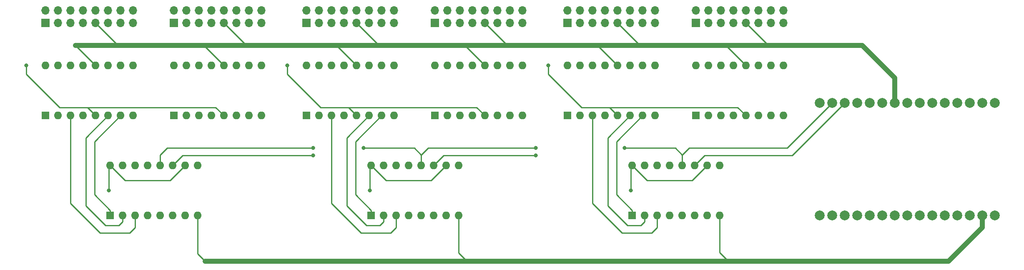
<source format=gbr>
G04 #@! TF.GenerationSoftware,KiCad,Pcbnew,(5.1.4)-1*
G04 #@! TF.CreationDate,2019-10-18T22:44:07-04:00*
G04 #@! TF.ProjectId,NixieClock,4e697869-6543-46c6-9f63-6b2e6b696361,rev?*
G04 #@! TF.SameCoordinates,Original*
G04 #@! TF.FileFunction,Copper,L2,Bot*
G04 #@! TF.FilePolarity,Positive*
%FSLAX46Y46*%
G04 Gerber Fmt 4.6, Leading zero omitted, Abs format (unit mm)*
G04 Created by KiCad (PCBNEW (5.1.4)-1) date 2019-10-18 22:44:07*
%MOMM*%
%LPD*%
G04 APERTURE LIST*
%ADD10R,1.600000X1.600000*%
%ADD11O,1.600000X1.600000*%
%ADD12R,1.700000X1.700000*%
%ADD13O,1.700000X1.700000*%
%ADD14C,2.000000*%
%ADD15C,0.800000*%
%ADD16C,0.250000*%
%ADD17C,1.000000*%
G04 APERTURE END LIST*
D10*
X92628000Y-125476000D03*
D11*
X110408000Y-115316000D03*
X95168000Y-125476000D03*
X107868000Y-115316000D03*
X97708000Y-125476000D03*
X105328000Y-115316000D03*
X100248000Y-125476000D03*
X102788000Y-115316000D03*
X102788000Y-125476000D03*
X100248000Y-115316000D03*
X105328000Y-125476000D03*
X97708000Y-115316000D03*
X107868000Y-125476000D03*
X95168000Y-115316000D03*
X110408000Y-125476000D03*
X92628000Y-115316000D03*
D10*
X145628000Y-125476000D03*
D11*
X163408000Y-115316000D03*
X148168000Y-125476000D03*
X160868000Y-115316000D03*
X150708000Y-125476000D03*
X158328000Y-115316000D03*
X153248000Y-125476000D03*
X155788000Y-115316000D03*
X155788000Y-125476000D03*
X153248000Y-115316000D03*
X158328000Y-125476000D03*
X150708000Y-115316000D03*
X160868000Y-125476000D03*
X148168000Y-115316000D03*
X163408000Y-125476000D03*
X145628000Y-115316000D03*
D12*
X79520000Y-86360000D03*
D13*
X79520000Y-83820000D03*
X82060000Y-86360000D03*
X82060000Y-83820000D03*
X84600000Y-86360000D03*
X84600000Y-83820000D03*
X87140000Y-86360000D03*
X87140000Y-83820000D03*
X89680000Y-86360000D03*
X89680000Y-83820000D03*
X92220000Y-86360000D03*
X92220000Y-83820000D03*
X94760000Y-86360000D03*
X94760000Y-83820000D03*
X97300000Y-86360000D03*
X97300000Y-83820000D03*
D12*
X132520000Y-86360000D03*
D13*
X132520000Y-83820000D03*
X135060000Y-86360000D03*
X135060000Y-83820000D03*
X137600000Y-86360000D03*
X137600000Y-83820000D03*
X140140000Y-86360000D03*
X140140000Y-83820000D03*
X142680000Y-86360000D03*
X142680000Y-83820000D03*
X145220000Y-86360000D03*
X145220000Y-83820000D03*
X147760000Y-86360000D03*
X147760000Y-83820000D03*
X150300000Y-86360000D03*
X150300000Y-83820000D03*
X123335000Y-83820000D03*
X123335000Y-86360000D03*
X120795000Y-83820000D03*
X120795000Y-86360000D03*
X118255000Y-83820000D03*
X118255000Y-86360000D03*
X115715000Y-83820000D03*
X115715000Y-86360000D03*
X113175000Y-83820000D03*
X113175000Y-86360000D03*
X110635000Y-83820000D03*
X110635000Y-86360000D03*
X108095000Y-83820000D03*
X108095000Y-86360000D03*
X105555000Y-83820000D03*
D12*
X105555000Y-86360000D03*
D13*
X176335000Y-83820000D03*
X176335000Y-86360000D03*
X173795000Y-83820000D03*
X173795000Y-86360000D03*
X171255000Y-83820000D03*
X171255000Y-86360000D03*
X168715000Y-83820000D03*
X168715000Y-86360000D03*
X166175000Y-83820000D03*
X166175000Y-86360000D03*
X163635000Y-83820000D03*
X163635000Y-86360000D03*
X161095000Y-83820000D03*
X161095000Y-86360000D03*
X158555000Y-83820000D03*
D12*
X158555000Y-86360000D03*
D11*
X79520000Y-94996000D03*
X97300000Y-105156000D03*
X82060000Y-94996000D03*
X94760000Y-105156000D03*
X84600000Y-94996000D03*
X92220000Y-105156000D03*
X87140000Y-94996000D03*
X89680000Y-105156000D03*
X89680000Y-94996000D03*
X87140000Y-105156000D03*
X92220000Y-94996000D03*
X84600000Y-105156000D03*
X94760000Y-94996000D03*
X82060000Y-105156000D03*
X97300000Y-94996000D03*
D10*
X79520000Y-105156000D03*
D11*
X132520000Y-94996000D03*
X150300000Y-105156000D03*
X135060000Y-94996000D03*
X147760000Y-105156000D03*
X137600000Y-94996000D03*
X145220000Y-105156000D03*
X140140000Y-94996000D03*
X142680000Y-105156000D03*
X142680000Y-94996000D03*
X140140000Y-105156000D03*
X145220000Y-94996000D03*
X137600000Y-105156000D03*
X147760000Y-94996000D03*
X135060000Y-105156000D03*
X150300000Y-94996000D03*
D10*
X132520000Y-105156000D03*
X105555000Y-105156000D03*
D11*
X123335000Y-94996000D03*
X108095000Y-105156000D03*
X120795000Y-94996000D03*
X110635000Y-105156000D03*
X118255000Y-94996000D03*
X113175000Y-105156000D03*
X115715000Y-94996000D03*
X115715000Y-105156000D03*
X113175000Y-94996000D03*
X118255000Y-105156000D03*
X110635000Y-94996000D03*
X120795000Y-105156000D03*
X108095000Y-94996000D03*
X123335000Y-105156000D03*
X105555000Y-94996000D03*
D10*
X158555000Y-105156000D03*
D11*
X176335000Y-94996000D03*
X161095000Y-105156000D03*
X173795000Y-94996000D03*
X163635000Y-105156000D03*
X171255000Y-94996000D03*
X166175000Y-105156000D03*
X168715000Y-94996000D03*
X168715000Y-105156000D03*
X166175000Y-94996000D03*
X171255000Y-105156000D03*
X163635000Y-94996000D03*
X173795000Y-105156000D03*
X161095000Y-94996000D03*
X176335000Y-105156000D03*
X158555000Y-94996000D03*
D14*
X272288000Y-125476000D03*
X272288000Y-102616000D03*
X269748000Y-125476000D03*
X269748000Y-102616000D03*
X267208000Y-125476000D03*
X267208000Y-102616000D03*
X264668000Y-125476000D03*
X264668000Y-102616000D03*
X262128000Y-125476000D03*
X262128000Y-102616000D03*
X259588000Y-125476000D03*
X259588000Y-102616000D03*
X257048000Y-125476000D03*
X257048000Y-102616000D03*
X254508000Y-125476000D03*
X254508000Y-102616000D03*
X251968000Y-125476000D03*
X251968000Y-102616000D03*
X249428000Y-125476000D03*
X249428000Y-102616000D03*
X246888000Y-125476000D03*
X246888000Y-102616000D03*
X244348000Y-125476000D03*
X244348000Y-102616000D03*
X241808000Y-125476000D03*
X241808000Y-102616000D03*
X239268000Y-125476000D03*
X239268000Y-102616000D03*
X236728000Y-125476000D03*
X236728000Y-102616000D03*
D10*
X185520000Y-105156000D03*
D11*
X203300000Y-94996000D03*
X188060000Y-105156000D03*
X200760000Y-94996000D03*
X190600000Y-105156000D03*
X198220000Y-94996000D03*
X193140000Y-105156000D03*
X195680000Y-94996000D03*
X195680000Y-105156000D03*
X193140000Y-94996000D03*
X198220000Y-105156000D03*
X190600000Y-94996000D03*
X200760000Y-105156000D03*
X188060000Y-94996000D03*
X203300000Y-105156000D03*
X185520000Y-94996000D03*
X211555000Y-94996000D03*
X229335000Y-105156000D03*
X214095000Y-94996000D03*
X226795000Y-105156000D03*
X216635000Y-94996000D03*
X224255000Y-105156000D03*
X219175000Y-94996000D03*
X221715000Y-105156000D03*
X221715000Y-94996000D03*
X219175000Y-105156000D03*
X224255000Y-94996000D03*
X216635000Y-105156000D03*
X226795000Y-94996000D03*
X214095000Y-105156000D03*
X229335000Y-94996000D03*
D10*
X211555000Y-105156000D03*
D12*
X211555000Y-86360000D03*
D13*
X211555000Y-83820000D03*
X214095000Y-86360000D03*
X214095000Y-83820000D03*
X216635000Y-86360000D03*
X216635000Y-83820000D03*
X219175000Y-86360000D03*
X219175000Y-83820000D03*
X221715000Y-86360000D03*
X221715000Y-83820000D03*
X224255000Y-86360000D03*
X224255000Y-83820000D03*
X226795000Y-86360000D03*
X226795000Y-83820000D03*
X229335000Y-86360000D03*
X229335000Y-83820000D03*
X203300000Y-83820000D03*
X203300000Y-86360000D03*
X200760000Y-83820000D03*
X200760000Y-86360000D03*
X198220000Y-83820000D03*
X198220000Y-86360000D03*
X195680000Y-83820000D03*
X195680000Y-86360000D03*
X193140000Y-83820000D03*
X193140000Y-86360000D03*
X190600000Y-83820000D03*
X190600000Y-86360000D03*
X188060000Y-83820000D03*
X188060000Y-86360000D03*
X185520000Y-83820000D03*
D12*
X185520000Y-86360000D03*
D11*
X198628000Y-115316000D03*
X216408000Y-125476000D03*
X201168000Y-115316000D03*
X213868000Y-125476000D03*
X203708000Y-115316000D03*
X211328000Y-125476000D03*
X206248000Y-115316000D03*
X208788000Y-125476000D03*
X208788000Y-115316000D03*
X206248000Y-125476000D03*
X211328000Y-115316000D03*
X203708000Y-125476000D03*
X213868000Y-115316000D03*
X201168000Y-125476000D03*
X216408000Y-115316000D03*
D10*
X198628000Y-125476000D03*
D15*
X197104000Y-111760000D03*
X181610000Y-94996000D03*
X198374000Y-120396000D03*
X128610000Y-94996000D03*
X75610000Y-94996000D03*
X145374000Y-120396000D03*
X92374000Y-120396000D03*
X144104000Y-111760000D03*
X179070000Y-113284000D03*
X133858000Y-113284000D03*
X133858000Y-111760000D03*
X179070000Y-111760000D03*
D16*
X198628000Y-124426000D02*
X195453000Y-121251000D01*
X198628000Y-125476000D02*
X198628000Y-124426000D01*
X195453000Y-110463000D02*
X200760000Y-105156000D01*
X195453000Y-121251000D02*
X195453000Y-110463000D01*
X201168000Y-125476000D02*
X201168000Y-126746000D01*
X201168000Y-126746000D02*
X200406000Y-127508000D01*
X200406000Y-127508000D02*
X197675500Y-127508000D01*
X197675500Y-127508000D02*
X193675000Y-123507500D01*
X193675000Y-109701000D02*
X198220000Y-105156000D01*
X193675000Y-123507500D02*
X193675000Y-109701000D01*
X203708000Y-125476000D02*
X203708000Y-127889000D01*
X203708000Y-127889000D02*
X202565000Y-129032000D01*
X202565000Y-129032000D02*
X196596000Y-129032000D01*
X190600000Y-123036000D02*
X190600000Y-105156000D01*
X196596000Y-129032000D02*
X190600000Y-123036000D01*
X208788000Y-113157000D02*
X208788000Y-115316000D01*
X197104000Y-111760000D02*
X207391000Y-111760000D01*
X207391000Y-111760000D02*
X208788000Y-113157000D01*
X208788000Y-113157000D02*
X210121500Y-111823500D01*
X210121500Y-111823500D02*
X210185000Y-111760000D01*
X181610000Y-94996000D02*
X181610000Y-96774000D01*
X181610000Y-96774000D02*
X188341000Y-103505000D01*
X194029000Y-103505000D02*
X195680000Y-105156000D01*
X188341000Y-103505000D02*
X194029000Y-103505000D01*
X220064000Y-103505000D02*
X221715000Y-105156000D01*
X194029000Y-103505000D02*
X220064000Y-103505000D01*
D17*
X269748000Y-125476000D02*
X269748000Y-127635000D01*
X269748000Y-127635000D02*
X269748000Y-127889000D01*
X269748000Y-127889000D02*
X262890000Y-134747000D01*
D16*
X216408000Y-132969000D02*
X218186000Y-134747000D01*
X216408000Y-125476000D02*
X216408000Y-132969000D01*
D17*
X262890000Y-134747000D02*
X218186000Y-134747000D01*
X218186000Y-134747000D02*
X194310000Y-134747000D01*
D16*
X198374000Y-115570000D02*
X198628000Y-115316000D01*
X198374000Y-120396000D02*
X198374000Y-115570000D01*
X213868000Y-115316000D02*
X210820000Y-118364000D01*
X201676000Y-118364000D02*
X198628000Y-115316000D01*
X210820000Y-118364000D02*
X201676000Y-118364000D01*
X230124000Y-111760000D02*
X229870000Y-111760000D01*
X239268000Y-102616000D02*
X230124000Y-111760000D01*
X210185000Y-111760000D02*
X229870000Y-111760000D01*
X241808000Y-102616000D02*
X231140000Y-113284000D01*
X213360000Y-113284000D02*
X211328000Y-115316000D01*
X231140000Y-113284000D02*
X213360000Y-113284000D01*
D17*
X251968000Y-102616000D02*
X251968000Y-97536000D01*
X251968000Y-97536000D02*
X245364000Y-90932000D01*
D16*
X195680000Y-94996000D02*
X191616000Y-90932000D01*
X221715000Y-94996000D02*
X217651000Y-90932000D01*
X226287000Y-90932000D02*
X226568000Y-90932000D01*
X221715000Y-86360000D02*
X226287000Y-90932000D01*
D17*
X245364000Y-90932000D02*
X226568000Y-90932000D01*
D16*
X195680000Y-86360000D02*
X200252000Y-90932000D01*
X147406000Y-127508000D02*
X144675500Y-127508000D01*
X94406000Y-127508000D02*
X91675500Y-127508000D01*
X142680000Y-86360000D02*
X147252000Y-90932000D01*
X89680000Y-86360000D02*
X94252000Y-90932000D01*
X128610000Y-94996000D02*
X128610000Y-96774000D01*
X75610000Y-94996000D02*
X75610000Y-96774000D01*
X145628000Y-125476000D02*
X145628000Y-124426000D01*
X92628000Y-125476000D02*
X92628000Y-124426000D01*
X148676000Y-118364000D02*
X145628000Y-115316000D01*
X95676000Y-118364000D02*
X92628000Y-115316000D01*
X142453000Y-121251000D02*
X142453000Y-110463000D01*
X89453000Y-121251000D02*
X89453000Y-110463000D01*
X148168000Y-126746000D02*
X147406000Y-127508000D01*
X95168000Y-126746000D02*
X94406000Y-127508000D01*
X144675500Y-127508000D02*
X140675000Y-123507500D01*
X91675500Y-127508000D02*
X87675000Y-123507500D01*
X128610000Y-96774000D02*
X135341000Y-103505000D01*
X75610000Y-96774000D02*
X82341000Y-103505000D01*
X140675000Y-123507500D02*
X140675000Y-109701000D01*
X87675000Y-123507500D02*
X87675000Y-109701000D01*
X135341000Y-103505000D02*
X141029000Y-103505000D01*
X82341000Y-103505000D02*
X88029000Y-103505000D01*
X160868000Y-115316000D02*
X157820000Y-118364000D01*
X107868000Y-115316000D02*
X104820000Y-118364000D01*
X168715000Y-94996000D02*
X164651000Y-90932000D01*
X115715000Y-94996000D02*
X111651000Y-90932000D01*
X144104000Y-111760000D02*
X154391000Y-111760000D01*
X148168000Y-125476000D02*
X148168000Y-126746000D01*
X95168000Y-125476000D02*
X95168000Y-126746000D01*
X150708000Y-127889000D02*
X149565000Y-129032000D01*
X97708000Y-127889000D02*
X96565000Y-129032000D01*
X141029000Y-103505000D02*
X167064000Y-103505000D01*
X88029000Y-103505000D02*
X114064000Y-103505000D01*
X155788000Y-113157000D02*
X157121500Y-111823500D01*
X157121500Y-111823500D02*
X157185000Y-111760000D01*
X142453000Y-110463000D02*
X147760000Y-105156000D01*
X89453000Y-110463000D02*
X94760000Y-105156000D01*
X140675000Y-109701000D02*
X145220000Y-105156000D01*
X87675000Y-109701000D02*
X92220000Y-105156000D01*
X150708000Y-125476000D02*
X150708000Y-127889000D01*
X97708000Y-125476000D02*
X97708000Y-127889000D01*
X137600000Y-123036000D02*
X137600000Y-105156000D01*
X84600000Y-123036000D02*
X84600000Y-105156000D01*
X157185000Y-111760000D02*
X176870000Y-111760000D01*
X145628000Y-124426000D02*
X142453000Y-121251000D01*
X92628000Y-124426000D02*
X89453000Y-121251000D01*
X125140000Y-113284000D02*
X107360000Y-113284000D01*
X177124000Y-111760000D02*
X176870000Y-111760000D01*
X107360000Y-113284000D02*
X105328000Y-115316000D01*
X145374000Y-115570000D02*
X145628000Y-115316000D01*
X92374000Y-115570000D02*
X92628000Y-115316000D01*
X155788000Y-113157000D02*
X155788000Y-115316000D01*
X154391000Y-111760000D02*
X155788000Y-113157000D01*
X149565000Y-129032000D02*
X143596000Y-129032000D01*
X96565000Y-129032000D02*
X90596000Y-129032000D01*
X142680000Y-94996000D02*
X138616000Y-90932000D01*
X89680000Y-94996000D02*
X85616000Y-90932000D01*
X157820000Y-118364000D02*
X148676000Y-118364000D01*
X104820000Y-118364000D02*
X95676000Y-118364000D01*
X143596000Y-129032000D02*
X137600000Y-123036000D01*
X90596000Y-129032000D02*
X84600000Y-123036000D01*
X141029000Y-103505000D02*
X142680000Y-105156000D01*
X88029000Y-103505000D02*
X89680000Y-105156000D01*
X168715000Y-86360000D02*
X173287000Y-90932000D01*
X115715000Y-86360000D02*
X120287000Y-90932000D01*
X167064000Y-103505000D02*
X168715000Y-105156000D01*
X114064000Y-103505000D02*
X115715000Y-105156000D01*
X145374000Y-120396000D02*
X145374000Y-115570000D01*
X92374000Y-120396000D02*
X92374000Y-115570000D01*
X110408000Y-133268000D02*
X111887000Y-134747000D01*
X110408000Y-125476000D02*
X110408000Y-133268000D01*
D17*
X194310000Y-134747000D02*
X165227000Y-134747000D01*
X165227000Y-134747000D02*
X111887000Y-134747000D01*
D16*
X165100000Y-134747000D02*
X165227000Y-134747000D01*
X163408000Y-125476000D02*
X163408000Y-133055000D01*
X163408000Y-133055000D02*
X165100000Y-134747000D01*
X160360000Y-113284000D02*
X158328000Y-115316000D01*
X179070000Y-113284000D02*
X160360000Y-113284000D01*
D17*
X226568000Y-90932000D02*
X85616000Y-90932000D01*
D16*
X102788000Y-113157000D02*
X102788000Y-115316000D01*
X125222000Y-111760000D02*
X104185000Y-111760000D01*
X104185000Y-111760000D02*
X102788000Y-113157000D01*
X125140000Y-113284000D02*
X125222000Y-113284000D01*
X125222000Y-111760000D02*
X133858000Y-111760000D01*
X125140000Y-113284000D02*
X133858000Y-113284000D01*
X179070000Y-111760000D02*
X177546000Y-111760000D01*
X177673000Y-111760000D02*
X177546000Y-111760000D01*
X177546000Y-111760000D02*
X176870000Y-111760000D01*
M02*

</source>
